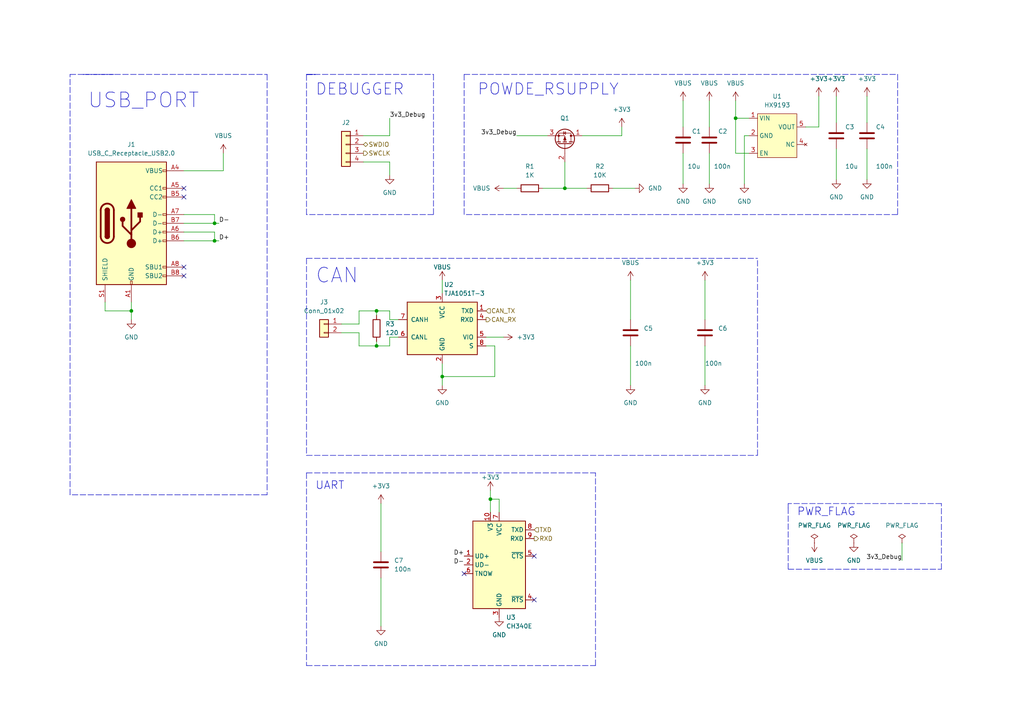
<source format=kicad_sch>
(kicad_sch (version 20211123) (generator eeschema)
  (paper "A4")
  (lib_symbols
    (symbol "Connector:USB_C_Receptacle_USB2.0" (pin_names (offset 1.016))
      (property "Reference" "J" (at -10.16 19.05 0))
      (property "Value" "USB_C_Receptacle_USB2.0" (at 19.05 19.05 0))
      (symbol "USB_C_Receptacle_USB2.0_0_0"
        (rectangle (start -0.254 -17.78) (end 0.254 -16.764))
        (rectangle (start 10.16 -14.986) (end 9.144 -15.494))
        (rectangle (start 10.16 -12.446) (end 9.144 -12.954))
        (rectangle (start 10.16 -4.826) (end 9.144 -5.334))
        (rectangle (start 10.16 -2.286) (end 9.144 -2.794))
        (rectangle (start 10.16 0.254) (end 9.144 -0.254))
        (rectangle (start 10.16 2.794) (end 9.144 2.286))
        (rectangle (start 10.16 7.874) (end 9.144 7.366))
        (rectangle (start 10.16 10.414) (end 9.144 9.906))
        (rectangle (start 10.16 15.494) (end 9.144 14.986))
      )
      (symbol "USB_C_Receptacle_USB2.0_0_1"
        (rectangle (start -10.16 17.78) (end 10.16 -17.78) (stroke (width 0.254)) (fill (type background)))
        (arc (start -8.89 -3.81) (mid -6.985 -5.715) (end -5.08 -3.81) (stroke (width 0.508)))
        (arc (start -7.62 -3.81) (mid -6.985 -4.445) (end -6.35 -3.81) (stroke (width 0.254)))
        (arc (start -7.62 -3.81) (mid -6.985 -4.445) (end -6.35 -3.81) (stroke (width 0.254)) (fill (type outline)))
        (rectangle (start -7.62 -3.81) (end -6.35 3.81) (stroke (width 0.254)) (fill (type outline)))
        (arc (start -6.35 3.81) (mid -6.985 4.445) (end -7.62 3.81) (stroke (width 0.254)))
        (arc (start -6.35 3.81) (mid -6.985 4.445) (end -7.62 3.81) (stroke (width 0.254)) (fill (type outline)))
        (arc (start -5.08 3.81) (mid -6.985 5.715) (end -8.89 3.81) (stroke (width 0.508)))
        (circle (center -2.54 1.143) (radius 0.635) (stroke (width 0.254)) (fill (type outline)))
        (circle (center 0 -5.842) (radius 1.27) (fill (type outline)))
        (polyline (pts (xy -8.89 -3.81) (xy -8.89 3.81)) (stroke (width 0.508)))
        (polyline (pts (xy -5.08 3.81) (xy -5.08 -3.81)) (stroke (width 0.508)))
        (polyline (pts (xy 0 -5.842) (xy 0 4.318)) (stroke (width 0.508)))
        (polyline (pts (xy 0 -3.302) (xy -2.54 -0.762) (xy -2.54 0.508)) (stroke (width 0.508)))
        (polyline (pts (xy 0 -2.032) (xy 2.54 0.508) (xy 2.54 1.778)) (stroke (width 0.508)))
        (polyline (pts (xy -1.27 4.318) (xy 0 6.858) (xy 1.27 4.318) (xy -1.27 4.318)) (stroke (width 0.254)) (fill (type outline)))
        (rectangle (start 1.905 1.778) (end 3.175 3.048) (stroke (width 0.254)) (fill (type outline)))
      )
      (symbol "USB_C_Receptacle_USB2.0_1_1"
        (pin passive line (at 0 -22.86 90) (length 5.08) (name "GND") (number "A1"))
        (pin passive line (at 0 -22.86 90) (length 5.08) hide (name "GND") (number "A12"))
        (pin passive line (at 15.24 15.24 180) (length 5.08) (name "VBUS") (number "A4"))
        (pin bidirectional line (at 15.24 10.16 180) (length 5.08) (name "CC1") (number "A5"))
        (pin bidirectional line (at 15.24 -2.54 180) (length 5.08) (name "D+") (number "A6"))
        (pin bidirectional line (at 15.24 2.54 180) (length 5.08) (name "D-") (number "A7"))
        (pin bidirectional line (at 15.24 -12.7 180) (length 5.08) (name "SBU1") (number "A8"))
        (pin passive line (at 15.24 15.24 180) (length 5.08) hide (name "VBUS") (number "A9"))
        (pin passive line (at 0 -22.86 90) (length 5.08) hide (name "GND") (number "B1"))
        (pin passive line (at 0 -22.86 90) (length 5.08) hide (name "GND") (number "B12"))
        (pin passive line (at 15.24 15.24 180) (length 5.08) hide (name "VBUS") (number "B4"))
        (pin bidirectional line (at 15.24 7.62 180) (length 5.08) (name "CC2") (number "B5"))
        (pin bidirectional line (at 15.24 -5.08 180) (length 5.08) (name "D+") (number "B6"))
        (pin bidirectional line (at 15.24 0 180) (length 5.08) (name "D-") (number "B7"))
        (pin bidirectional line (at 15.24 -15.24 180) (length 5.08) (name "SBU2") (number "B8"))
        (pin passive line (at 15.24 15.24 180) (length 5.08) hide (name "VBUS") (number "B9"))
        (pin passive line (at -7.62 -22.86 90) (length 5.08) (name "SHIELD") (number "S1"))
      )
    )
    (symbol "Connector_Generic:Conn_01x02" (pin_names (offset 1.016) hide)
      (property "Reference" "J" (at 0 2.54 0))
      (property "Value" "Conn_01x02" (at 0 -5.08 0))
      (symbol "Conn_01x02_1_1"
        (rectangle (start -1.27 -2.413) (end 0 -2.667) (stroke (width 0.1524)))
        (rectangle (start -1.27 0.127) (end 0 -0.127) (stroke (width 0.1524)))
        (rectangle (start -1.27 1.27) (end 1.27 -3.81) (stroke (width 0.254)) (fill (type background)))
        (pin passive line (at -5.08 0 0) (length 3.81) (name "Pin_1") (number "1"))
        (pin passive line (at -5.08 -2.54 0) (length 3.81) (name "Pin_2") (number "2"))
      )
    )
    (symbol "Connector_Generic:Conn_01x04" (pin_names (offset 1.016) hide)
      (property "Reference" "J" (at 0 5.08 0))
      (property "Value" "Conn_01x04" (at 0 -7.62 0))
      (symbol "Conn_01x04_1_1"
        (rectangle (start -1.27 -4.953) (end 0 -5.207) (stroke (width 0.1524)))
        (rectangle (start -1.27 -2.413) (end 0 -2.667) (stroke (width 0.1524)))
        (rectangle (start -1.27 0.127) (end 0 -0.127) (stroke (width 0.1524)))
        (rectangle (start -1.27 2.667) (end 0 2.413) (stroke (width 0.1524)))
        (rectangle (start -1.27 3.81) (end 1.27 -6.35) (stroke (width 0.254)) (fill (type background)))
        (pin passive line (at -5.08 2.54 0) (length 3.81) (name "Pin_1") (number "1"))
        (pin passive line (at -5.08 0 0) (length 3.81) (name "Pin_2") (number "2"))
        (pin passive line (at -5.08 -2.54 0) (length 3.81) (name "Pin_3") (number "3"))
        (pin passive line (at -5.08 -5.08 0) (length 3.81) (name "Pin_4") (number "4"))
      )
    )
    (symbol "Device:C" (pin_numbers hide) (pin_names (offset 0.254))
      (property "Reference" "C" (at 0.635 2.54 0))
      (property "Value" "C" (at 0.635 -2.54 0))
      (symbol "C_0_1"
        (polyline (pts (xy -2.032 -0.762) (xy 2.032 -0.762)) (stroke (width 0.508)))
        (polyline (pts (xy -2.032 0.762) (xy 2.032 0.762)) (stroke (width 0.508)))
      )
      (symbol "C_1_1"
        (pin passive line (at 0 3.81 270) (length 2.794) (name "~") (number "1"))
        (pin passive line (at 0 -3.81 90) (length 2.794) (name "~") (number "2"))
      )
    )
    (symbol "Device:Q_PMOS_DGS" (pin_names (offset 0) hide)
      (property "Reference" "Q" (at 5.08 1.27 0))
      (property "Value" "Q_PMOS_DGS" (at 5.08 -1.27 0))
      (symbol "Q_PMOS_DGS_0_1"
        (polyline (pts (xy 0.254 0) (xy -2.54 0)))
        (polyline (pts (xy 0.254 1.905) (xy 0.254 -1.905)) (stroke (width 0.254)))
        (polyline (pts (xy 0.762 -1.27) (xy 0.762 -2.286)) (stroke (width 0.254)))
        (polyline (pts (xy 0.762 0.508) (xy 0.762 -0.508)) (stroke (width 0.254)))
        (polyline (pts (xy 0.762 2.286) (xy 0.762 1.27)) (stroke (width 0.254)))
        (polyline (pts (xy 2.54 2.54) (xy 2.54 1.778)))
        (polyline (pts (xy 2.54 -2.54) (xy 2.54 0) (xy 0.762 0)))
        (polyline (pts (xy 0.762 1.778) (xy 3.302 1.778) (xy 3.302 -1.778) (xy 0.762 -1.778)))
        (polyline (pts (xy 2.286 0) (xy 1.27 0.381) (xy 1.27 -0.381) (xy 2.286 0)) (fill (type outline)))
        (polyline (pts (xy 2.794 -0.508) (xy 2.921 -0.381) (xy 3.683 -0.381) (xy 3.81 -0.254)))
        (polyline (pts (xy 3.302 -0.381) (xy 2.921 0.254) (xy 3.683 0.254) (xy 3.302 -0.381)))
        (circle (center 1.651 0) (radius 2.794) (stroke (width 0.254)))
        (circle (center 2.54 -1.778) (radius 0.254) (fill (type outline)))
        (circle (center 2.54 1.778) (radius 0.254) (fill (type outline)))
      )
      (symbol "Q_PMOS_DGS_1_1"
        (pin passive line (at 2.54 5.08 270) (length 2.54) (name "D") (number "1"))
        (pin input line (at -5.08 0 0) (length 2.54) (name "G") (number "2"))
        (pin passive line (at 2.54 -5.08 90) (length 2.54) (name "S") (number "3"))
      )
    )
    (symbol "Device:R" (pin_numbers hide) (pin_names (offset 0))
      (property "Reference" "R" (at 2.032 0 90))
      (property "Value" "R" (at 0 0 90))
      (symbol "R_0_1"
        (rectangle (start -1.016 -2.54) (end 1.016 2.54) (stroke (width 0.254)))
      )
      (symbol "R_1_1"
        (pin passive line (at 0 3.81 270) (length 1.27) (name "~") (number "1"))
        (pin passive line (at 0 -3.81 90) (length 1.27) (name "~") (number "2"))
      )
    )
    (symbol "Interface_CAN_LIN:TJA1051T-3" (pin_names (offset 1.016))
      (property "Reference" "U" (at -10.16 8.89 0))
      (property "Value" "TJA1051T-3" (at 1.27 8.89 0))
      (symbol "TJA1051T-3_0_1"
        (rectangle (start -10.16 7.62) (end 10.16 -7.62) (stroke (width 0.254)) (fill (type background)))
      )
      (symbol "TJA1051T-3_1_1"
        (pin input line (at -12.7 5.08 0) (length 2.54) (name "TXD") (number "1"))
        (pin power_in line (at 0 -10.16 90) (length 2.54) (name "GND") (number "2"))
        (pin power_in line (at 0 10.16 270) (length 2.54) (name "VCC") (number "3"))
        (pin output line (at -12.7 2.54 0) (length 2.54) (name "RXD") (number "4"))
        (pin power_in line (at -12.7 -2.54 0) (length 2.54) (name "VIO") (number "5"))
        (pin bidirectional line (at 12.7 -2.54 180) (length 2.54) (name "CANL") (number "6"))
        (pin bidirectional line (at 12.7 2.54 180) (length 2.54) (name "CANH") (number "7"))
        (pin input line (at -12.7 -5.08 0) (length 2.54) (name "S") (number "8"))
      )
    )
    (symbol "Interface_USB:CH340E"
      (property "Reference" "U" (at -5.08 13.97 0))
      (property "Value" "CH340E" (at 1.27 13.97 0))
      (symbol "CH340E_0_1"
        (rectangle (start -7.62 12.7) (end 7.62 -12.7) (stroke (width 0.254)) (fill (type background)))
      )
      (symbol "CH340E_1_1"
        (pin bidirectional line (at -10.16 2.54 0) (length 2.54) (name "UD+") (number "1"))
        (pin passive line (at -2.54 15.24 270) (length 2.54) (name "V3") (number "10"))
        (pin bidirectional line (at -10.16 0 0) (length 2.54) (name "UD-") (number "2"))
        (pin power_in line (at 0 -15.24 90) (length 2.54) (name "GND") (number "3"))
        (pin output line (at 10.16 -10.16 180) (length 2.54) (name "~{RTS}") (number "4"))
        (pin input line (at 10.16 2.54 180) (length 2.54) (name "~{CTS}") (number "5"))
        (pin output line (at -10.16 -2.54 0) (length 2.54) (name "TNOW") (number "6"))
        (pin power_in line (at 0 15.24 270) (length 2.54) (name "VCC") (number "7"))
        (pin output line (at 10.16 10.16 180) (length 2.54) (name "TXD") (number "8"))
        (pin input line (at 10.16 7.62 180) (length 2.54) (name "RXD") (number "9"))
      )
    )
    (symbol "power:+3V3" (power) (pin_names (offset 0))
      (property "Value" "+3V3" (at 0 3.556 0))
      (symbol "+3V3_0_1"
        (polyline (pts (xy -0.762 1.27) (xy 0 2.54)))
        (polyline (pts (xy 0 0) (xy 0 2.54)))
        (polyline (pts (xy 0 2.54) (xy 0.762 1.27)))
      )
      (symbol "+3V3_1_1"
        (pin power_in line (at 0 0 90) (length 0) hide (name "+3V3") (number "1"))
      )
    )
    (symbol "power:GND" (power) (pin_names (offset 0))
      (property "Value" "GND" (at 0 -3.81 0))
      (symbol "GND_0_1"
        (polyline (pts (xy 0 0) (xy 0 -1.27) (xy 1.27 -1.27) (xy 0 -2.54) (xy -1.27 -1.27) (xy 0 -1.27)))
      )
      (symbol "GND_1_1"
        (pin power_in line (at 0 0 270) (length 0) hide (name "GND") (number "1"))
      )
    )
    (symbol "power:PWR_FLAG" (power) (pin_numbers hide) (pin_names (offset 0) hide)
      (property "Value" "PWR_FLAG" (at 0 3.81 0))
      (symbol "PWR_FLAG_0_0"
        (pin power_out line (at 0 0 90) (length 0) (name "pwr") (number "1"))
      )
      (symbol "PWR_FLAG_0_1"
        (polyline (pts (xy 0 0) (xy 0 1.27) (xy -1.016 1.905) (xy 0 2.54) (xy 1.016 1.905) (xy 0 1.27)))
      )
    )
    (symbol "power:VBUS" (power) (pin_names (offset 0))
      (property "Value" "VBUS" (at 0 3.81 0))
      (symbol "VBUS_0_1"
        (polyline (pts (xy -0.762 1.27) (xy 0 2.54)))
        (polyline (pts (xy 0 0) (xy 0 2.54)))
        (polyline (pts (xy 0 2.54) (xy 0.762 1.27)))
      )
      (symbol "VBUS_1_1"
        (pin power_in line (at 0 0 90) (length 0) hide (name "VBUS") (number "1"))
      )
    )
    (symbol "symbols:HX9193"
      (property "Reference" "U" (at -5.08 7.62 0))
      (property "Value" "HX9193" (at 6.35 7.62 0))
      (symbol "HX9193_0_1"
        (rectangle (start -6.35 6.35) (end 5.08 -6.35) (fill (type background)))
      )
      (symbol "HX9193_1_1"
        (pin power_in line (at -8.89 5.08 0) (length 2.54) (name "VIN") (number "1"))
        (pin passive line (at -8.89 0 0) (length 2.54) (name "GND") (number "2"))
        (pin input line (at -8.89 -5.08 0) (length 2.54) (name "EN") (number "3"))
        (pin no_connect line (at 7.62 -2.54 180) (length 2.54) (name "NC") (number "4"))
        (pin power_out line (at 7.62 2.54 180) (length 2.54) (name "VOUT") (number "5"))
      )
    )
  )
  (junction (at 109.22 100.33))
  (junction (at 62.23 69.85))
  (junction (at 38.1 90.17))
  (junction (at 213.36 34.29))
  (junction (at 62.23 64.77))
  (junction (at 128.27 109.22))
  (junction (at 163.83 54.61))
  (junction (at 142.24 144.78))
  (junction (at 109.22 90.17))
  (no_connect (at 154.94 161.29))
  (no_connect (at 154.94 173.99))
  (no_connect (at 53.34 77.47))
  (no_connect (at 53.34 80.01))
  (no_connect (at 53.34 54.61))
  (no_connect (at 53.34 57.15))
  (no_connect (at 134.62 166.37))
  (polyline (pts (xy 134.62 21.59) (xy 134.62 62.23)))
  (wire (pts (xy 128.27 105.41) (xy 128.27 109.22)))
  (wire (pts (xy 182.88 100.33) (xy 182.88 111.76)))
  (wire (pts (xy 62.23 69.85) (xy 63.5 69.85)))
  (polyline (pts (xy 24.13 21.59) (xy 77.47 21.59)))
  (polyline (pts (xy 88.9 137.16) (xy 88.9 193.04)))
  (polyline (pts (xy 88.9 21.59) (xy 125.73 21.59)))
  (wire (pts (xy 144.78 148.59) (xy 144.78 144.78)))
  (wire (pts (xy 213.36 29.21) (xy 213.36 34.29)))
  (wire (pts (xy 251.46 43.18) (xy 251.46 52.07)))
  (polyline (pts (xy 260.35 21.59) (xy 260.35 62.23)))
  (wire (pts (xy 109.22 90.17) (xy 109.22 91.44)))
  (wire (pts (xy 30.48 90.17) (xy 38.1 90.17)))
  (wire (pts (xy 113.03 97.79) (xy 113.03 100.33)))
  (wire (pts (xy 62.23 64.77) (xy 63.5 64.77)))
  (wire (pts (xy 204.47 81.28) (xy 204.47 92.71)))
  (wire (pts (xy 217.17 39.37) (xy 215.9 39.37)))
  (polyline (pts (xy 20.32 21.59) (xy 33.02 21.59)))
  (wire (pts (xy 140.97 97.79) (xy 146.05 97.79)))
  (wire (pts (xy 251.46 27.94) (xy 251.46 35.56)))
  (wire (pts (xy 128.27 109.22) (xy 128.27 111.76)))
  (polyline (pts (xy 219.71 132.08) (xy 219.71 74.93)))
  (wire (pts (xy 205.74 44.45) (xy 205.74 53.34)))
  (wire (pts (xy 62.23 67.31) (xy 62.23 69.85)))
  (polyline (pts (xy 273.05 165.1) (xy 273.05 146.05)))
  (wire (pts (xy 215.9 39.37) (xy 215.9 53.34)))
  (wire (pts (xy 177.8 54.61) (xy 184.15 54.61)))
  (wire (pts (xy 113.03 92.71) (xy 113.03 90.17)))
  (wire (pts (xy 198.12 29.21) (xy 198.12 36.83)))
  (polyline (pts (xy 228.6 146.05) (xy 228.6 147.32)))
  (polyline (pts (xy 20.32 143.51) (xy 20.32 21.59)))
  (wire (pts (xy 242.57 43.18) (xy 242.57 52.07)))
  (wire (pts (xy 163.83 54.61) (xy 170.18 54.61)))
  (wire (pts (xy 99.06 93.98) (xy 104.14 93.98)))
  (polyline (pts (xy 125.73 62.23) (xy 88.9 62.23)))
  (wire (pts (xy 110.49 167.64) (xy 110.49 181.61)))
  (polyline (pts (xy 228.6 147.32) (xy 228.6 165.1)))
  (polyline (pts (xy 125.73 21.59) (xy 125.73 62.23)))
  (wire (pts (xy 182.88 81.28) (xy 182.88 92.71)))
  (wire (pts (xy 143.51 100.33) (xy 140.97 100.33)))
  (polyline (pts (xy 88.9 21.59) (xy 90.17 21.59)))
  (polyline (pts (xy 88.9 132.08) (xy 219.71 132.08)))
  (polyline (pts (xy 88.9 74.93) (xy 88.9 132.08)))
  (wire (pts (xy 113.03 46.99) (xy 113.03 50.8)))
  (polyline (pts (xy 172.72 193.04) (xy 172.72 137.16)))
  (polyline (pts (xy 90.17 21.59) (xy 91.44 21.59)))
  (wire (pts (xy 110.49 146.05) (xy 110.49 160.02)))
  (wire (pts (xy 109.22 99.06) (xy 109.22 100.33)))
  (wire (pts (xy 113.03 34.29) (xy 113.03 39.37)))
  (wire (pts (xy 163.83 46.99) (xy 163.83 54.61)))
  (wire (pts (xy 99.06 96.52) (xy 104.14 96.52)))
  (wire (pts (xy 204.47 100.33) (xy 204.47 111.76)))
  (polyline (pts (xy 273.05 146.05) (xy 228.6 146.05)))
  (wire (pts (xy 217.17 34.29) (xy 213.36 34.29)))
  (wire (pts (xy 143.51 109.22) (xy 143.51 100.33)))
  (wire (pts (xy 242.57 27.94) (xy 242.57 35.56)))
  (wire (pts (xy 115.57 92.71) (xy 113.03 92.71)))
  (wire (pts (xy 64.77 44.45) (xy 64.77 49.53)))
  (wire (pts (xy 217.17 44.45) (xy 213.36 44.45)))
  (wire (pts (xy 142.24 144.78) (xy 142.24 148.59)))
  (polyline (pts (xy 134.62 21.59) (xy 260.35 21.59)))
  (wire (pts (xy 237.49 27.94) (xy 237.49 36.83)))
  (wire (pts (xy 38.1 90.17) (xy 38.1 87.63)))
  (wire (pts (xy 205.74 29.21) (xy 205.74 36.83)))
  (polyline (pts (xy 88.9 74.93) (xy 219.71 74.93)))
  (polyline (pts (xy 260.35 62.23) (xy 134.62 62.23)))
  (polyline (pts (xy 88.9 62.23) (xy 88.9 21.59)))
  (wire (pts (xy 104.14 100.33) (xy 109.22 100.33)))
  (wire (pts (xy 105.41 46.99) (xy 113.03 46.99)))
  (wire (pts (xy 261.62 157.48) (xy 261.62 162.56)))
  (polyline (pts (xy 88.9 21.59) (xy 91.44 21.59)))
  (wire (pts (xy 53.34 67.31) (xy 62.23 67.31)))
  (wire (pts (xy 62.23 64.77) (xy 53.34 64.77)))
  (wire (pts (xy 233.68 36.83) (xy 237.49 36.83)))
  (wire (pts (xy 38.1 90.17) (xy 38.1 92.71)))
  (wire (pts (xy 62.23 62.23) (xy 62.23 64.77)))
  (wire (pts (xy 53.34 62.23) (xy 62.23 62.23)))
  (wire (pts (xy 142.24 142.24) (xy 142.24 144.78)))
  (wire (pts (xy 198.12 44.45) (xy 198.12 53.34)))
  (polyline (pts (xy 88.9 193.04) (xy 172.72 193.04)))
  (wire (pts (xy 105.41 39.37) (xy 113.03 39.37)))
  (wire (pts (xy 146.05 54.61) (xy 149.86 54.61)))
  (wire (pts (xy 142.24 144.78) (xy 144.78 144.78)))
  (wire (pts (xy 30.48 87.63) (xy 30.48 90.17)))
  (polyline (pts (xy 77.47 21.59) (xy 77.47 143.51)))
  (wire (pts (xy 109.22 90.17) (xy 113.03 90.17)))
  (wire (pts (xy 104.14 96.52) (xy 104.14 100.33)))
  (wire (pts (xy 213.36 34.29) (xy 213.36 44.45)))
  (wire (pts (xy 180.34 36.83) (xy 180.34 39.37)))
  (wire (pts (xy 64.77 49.53) (xy 53.34 49.53)))
  (wire (pts (xy 109.22 100.33) (xy 113.03 100.33)))
  (wire (pts (xy 62.23 69.85) (xy 53.34 69.85)))
  (wire (pts (xy 104.14 90.17) (xy 109.22 90.17)))
  (wire (pts (xy 168.91 39.37) (xy 180.34 39.37)))
  (wire (pts (xy 157.48 54.61) (xy 163.83 54.61)))
  (wire (pts (xy 128.27 81.28) (xy 128.27 85.09)))
  (wire (pts (xy 104.14 90.17) (xy 104.14 93.98)))
  (wire (pts (xy 149.86 39.37) (xy 158.75 39.37)))
  (wire (pts (xy 128.27 109.22) (xy 143.51 109.22)))
  (polyline (pts (xy 228.6 165.1) (xy 273.05 165.1)))
  (polyline (pts (xy 88.9 137.16) (xy 172.72 137.16)))
  (wire (pts (xy 115.57 97.79) (xy 113.03 97.79)))
  (polyline (pts (xy 77.47 143.51) (xy 20.32 143.51)))
  (text "CAN" (at 91.44 82.55 0) (effects (font (size 4.27 4.27)) (justify left bottom)))
  (text "POWDE_RSUPPLY" (at 138.43 27.94 0) (effects (font (size 3.27 3.27)) (justify left bottom)))
  (text "PWR_FLAG" (at 231.14 149.86 0) (effects (font (size 2.27 2.27)) (justify left bottom)))
  (text "UART" (at 91.44 142.24 0) (effects (font (size 2.27 2.27)) (justify left bottom)))
  (text "USB_PORT" (at 25.4 31.75 0) (effects (font (size 4.27 4.27)) (justify left bottom)))
  (text "DEBUGGER" (at 91.44 27.94 0) (effects (font (size 3.27 3.27)) (justify left bottom)))
  (label "D+" (at 134.62 161.29 180))
  (label "3v3_Debug" (at 149.86 39.37 180))
  (label "D-" (at 63.5 64.77 0))
  (label "3v3_Debug" (at 113.03 34.29 0))
  (label "3v3_Debug" (at 261.62 162.56 180))
  (label "D-" (at 134.62 163.83 180))
  (label "D+" (at 63.5 69.85 0))
  (hierarchical_label "CAN_RX" (shape output) (at 140.97 92.71 0))
  (hierarchical_label "SWCLK" (shape output) (at 105.41 44.45 0))
  (hierarchical_label "CAN_TX" (shape input) (at 140.97 90.17 0))
  (hierarchical_label "TXD" (shape input) (at 154.94 153.67 0))
  (hierarchical_label "SWDIO" (shape bidirectional) (at 105.41 41.91 0))
  (hierarchical_label "RXD" (shape output) (at 154.94 156.21 0))
  (symbol (lib_id "power:+3V3") (at 204.47 81.28 0) (unit 1)
    (property "Reference" "#PWR0113" (effects hide))
    (property "Value" "+3V3" (at 204.47 76.2 0))
  )
  (symbol (lib_id "power:PWR_FLAG") (at 236.22 157.48 0) (unit 1)
    (property "Reference" "#FLG0103" (effects hide))
    (property "Value" "PWR_FLAG" (at 236.22 152.4 0))
  )
  (symbol (lib_id "power:+3V3") (at 251.46 27.94 0) (unit 1)
    (property "Reference" "#PWR0103" (effects hide))
    (property "Value" "+3V3" (at 251.46 22.86 0))
  )
  (symbol (lib_id "Device:C") (at 251.46 39.37 0) (unit 1)
    (property "Reference" "C4" (at 254 36.83 0) (effects (justify left)))
    (property "Value" "100n" (at 254 48.26 0) (effects (justify left)))
    (property "Footprint" "Capacitor_SMD:C_0603_1608Metric" (effects hide))
  )
  (symbol (lib_id "Device:C") (at 110.49 163.83 0) (unit 1)
    (property "Reference" "C7" (at 114.3 162.5599 0) (effects (justify left)))
    (property "Value" "100n" (at 114.3 165.0999 0) (effects (justify left)))
    (property "Footprint" "Capacitor_SMD:C_0603_1608Metric" (effects hide))
  )
  (symbol (lib_id "power:+3V3") (at 242.57 27.94 0) (unit 1)
    (property "Reference" "#PWR0109" (effects hide))
    (property "Value" "+3V3" (at 242.57 22.86 0))
  )
  (symbol (lib_id "symbols:HX9193") (at 226.06 39.37 0) (unit 1)
    (property "Reference" "U1" (at 225.425 27.94 0))
    (property "Value" "HX9193" (at 225.425 30.48 0))
    (property "Footprint" "Package_TO_SOT_SMD:SOT-23-5_HandSoldering" (effects hide))
    (property "Datasheet" "https://item.szlcsc.com/280543.html" (effects hide))
  )
  (symbol (lib_id "Device:C") (at 198.12 40.64 0) (unit 1)
    (property "Reference" "C1" (at 200.66 38.1 0) (effects (justify left)))
    (property "Value" "10u" (at 199.39 48.26 0) (effects (justify left)))
    (property "Footprint" "Capacitor_SMD:C_0603_1608Metric" (effects hide))
  )
  (symbol (lib_id "power:+3V3") (at 142.24 142.24 0) (unit 1)
    (property "Reference" "#PWR0130" (effects hide))
    (property "Value" "+3V3" (at 142.24 138.43 0))
  )
  (symbol (lib_id "Device:C") (at 242.57 39.37 0) (unit 1)
    (property "Reference" "C3" (at 245.11 36.83 0) (effects (justify left)))
    (property "Value" "10u" (at 245.11 48.26 0) (effects (justify left)))
    (property "Footprint" "Capacitor_SMD:C_0603_1608Metric" (effects hide))
  )
  (symbol (lib_id "power:VBUS") (at 198.12 29.21 0) (unit 1)
    (property "Reference" "#PWR0125" (effects hide))
    (property "Value" "VBUS" (at 198.12 24.13 0))
  )
  (symbol (lib_id "power:VBUS") (at 64.77 44.45 0) (unit 1)
    (property "Reference" "#PWR0120" (effects hide))
    (property "Value" "VBUS" (at 64.77 39.37 0))
  )
  (symbol (lib_id "power:GND") (at 144.78 179.07 0) (unit 1)
    (property "Reference" "#PWR0129" (effects hide))
    (property "Value" "GND" (at 144.78 184.15 0))
  )
  (symbol (lib_id "Device:R") (at 153.67 54.61 90) (unit 1)
    (property "Reference" "R1" (at 153.67 48.26 90))
    (property "Value" "1K" (at 153.67 50.8 90))
    (property "Footprint" "Package_TO_SOT_SMD:SOT-23" (effects hide))
  )
  (symbol (lib_id "power:GND") (at 184.15 54.61 90) (unit 1)
    (property "Reference" "#PWR0124" (effects hide))
    (property "Value" "GND" (at 187.96 54.6099 90) (effects (justify right)))
  )
  (symbol (lib_id "power:PWR_FLAG") (at 261.62 157.48 0) (unit 1)
    (property "Reference" "#FLG0102" (effects hide))
    (property "Value" "PWR_FLAG" (at 261.62 152.4 0))
  )
  (symbol (lib_id "power:VBUS") (at 236.22 157.48 180) (unit 1)
    (property "Reference" "#PWR0112" (effects hide))
    (property "Value" "VBUS" (at 236.22 162.56 0))
  )
  (symbol (lib_id "power:VBUS") (at 146.05 54.61 90) (unit 1)
    (property "Reference" "#PWR0122" (effects hide))
    (property "Value" "VBUS" (at 142.24 54.6099 90) (effects (justify left)))
  )
  (symbol (lib_id "power:GND") (at 205.74 53.34 0) (unit 1)
    (property "Reference" "#PWR0108" (effects hide))
    (property "Value" "GND" (at 205.74 58.42 0))
  )
  (symbol (lib_id "power:GND") (at 215.9 53.34 0) (unit 1)
    (property "Reference" "#PWR0107" (effects hide))
    (property "Value" "GND" (at 215.9 58.42 0))
  )
  (symbol (lib_id "power:GND") (at 198.12 53.34 0) (unit 1)
    (property "Reference" "#PWR0123" (effects hide))
    (property "Value" "GND" (at 198.12 58.42 0))
  )
  (symbol (lib_id "power:GND") (at 251.46 52.07 0) (unit 1)
    (property "Reference" "#PWR0102" (effects hide))
    (property "Value" "GND" (at 251.46 57.15 0))
  )
  (symbol (lib_id "Connector:USB_C_Receptacle_USB2.0") (at 38.1 64.77 0) (unit 1)
    (property "Reference" "J1" (at 38.1 41.91 0))
    (property "Value" "USB_C_Receptacle_USB2.0" (at 38.1 44.45 0))
    (property "Footprint" "Connector_USB:USB_C_Receptacle_Palconn_UTC16-G" (effects hide))
    (property "Datasheet" "https://www.usb.org/sites/default/files/documents/usb_type-c.zip" (effects hide))
  )
  (symbol (lib_id "power:+3V3") (at 180.34 36.83 0) (unit 1)
    (property "Reference" "#PWR0126" (effects hide))
    (property "Value" "+3V3" (at 180.34 31.75 0))
  )
  (symbol (lib_id "power:GND") (at 182.88 111.76 0) (unit 1)
    (property "Reference" "#PWR0117" (effects hide))
    (property "Value" "GND" (at 182.88 116.84 0))
  )
  (symbol (lib_id "power:+3V3") (at 146.05 97.79 270) (unit 1)
    (property "Reference" "#PWR0116" (effects hide))
    (property "Value" "+3V3" (at 149.86 97.7899 90) (effects (justify left)))
  )
  (symbol (lib_id "Device:R") (at 109.22 95.25 0) (unit 1)
    (property "Reference" "R3" (at 111.76 93.9799 0) (effects (justify left)))
    (property "Value" "120" (at 111.76 96.5199 0) (effects (justify left)))
    (property "Footprint" "R_0603_1608Metric" (effects hide))
  )
  (symbol (lib_id "power:GND") (at 242.57 52.07 0) (unit 1)
    (property "Reference" "#PWR0106" (effects hide))
    (property "Value" "GND" (at 242.57 57.15 0))
  )
  (symbol (lib_id "power:VBUS") (at 128.27 81.28 0) (unit 1)
    (property "Reference" "#PWR0114" (effects hide))
    (property "Value" "VBUS" (at 128.27 77.47 0))
  )
  (symbol (lib_id "Device:R") (at 173.99 54.61 90) (unit 1)
    (property "Reference" "R2" (at 173.99 48.26 90))
    (property "Value" "10K" (at 173.99 50.8 90))
    (property "Footprint" "R_0603_1608Metric" (effects hide))
  )
  (symbol (lib_id "Interface_USB:CH340E") (at 144.78 163.83 0) (unit 1)
    (property "Reference" "U3" (at 146.7994 179.07 0) (effects (justify left)))
    (property "Value" "CH340E" (at 146.7994 181.61 0) (effects (justify left)))
    (property "Footprint" "Package_SO:MSOP-10_3x3mm_P0.5mm" (effects hide))
    (property "Datasheet" "https://www.mpja.com/download/35227cpdata.pdf" (effects hide))
  )
  (symbol (lib_id "power:VBUS") (at 205.74 29.21 0) (unit 1)
    (property "Reference" "#PWR0104" (effects hide))
    (property "Value" "VBUS" (at 205.74 24.13 0))
  )
  (symbol (lib_id "power:VBUS") (at 182.88 81.28 0) (unit 1)
    (property "Reference" "#PWR0118" (effects hide))
    (property "Value" "VBUS" (at 182.88 76.2 0))
  )
  (symbol (lib_id "power:GND") (at 204.47 111.76 0) (unit 1)
    (property "Reference" "#PWR0119" (effects hide))
    (property "Value" "GND" (at 204.47 116.84 0))
  )
  (symbol (lib_id "power:+3V3") (at 237.49 27.94 0) (unit 1)
    (property "Reference" "#PWR0110" (effects hide))
    (property "Value" "+3V3" (at 237.49 22.86 0))
  )
  (symbol (lib_id "Device:C") (at 204.47 96.52 0) (unit 1)
    (property "Reference" "C6" (at 208.28 95.2499 0) (effects (justify left)))
    (property "Value" "100n" (at 204.47 105.41 0) (effects (justify left)))
    (property "Footprint" "Capacitor_SMD:C_0603_1608Metric" (effects hide))
  )
  (symbol (lib_id "Device:Q_PMOS_DGS") (at 163.83 41.91 270) (mirror x) (unit 1)
    (property "Reference" "Q1" (at 163.83 34.29 90))
    (property "Value" "Q_PMOS_DGS" (effects hide))
    (property "Footprint" "TSOT-23" (effects hide))
  )
  (symbol (lib_id "power:GND") (at 38.1 92.71 0) (unit 1)
    (property "Reference" "#PWR0121" (effects hide))
    (property "Value" "GND" (at 38.1 97.79 0))
  )
  (symbol (lib_id "power:GND") (at 247.65 157.48 0) (unit 1)
    (property "Reference" "#PWR0111" (effects hide))
    (property "Value" "GND" (at 247.65 162.56 0))
  )
  (symbol (lib_id "Interface_CAN_LIN:TJA1051T-3") (at 128.27 95.25 0) (mirror y) (unit 1)
    (property "Reference" "U2" (at 128.7906 82.55 0) (effects (justify right)))
    (property "Value" "TJA1051T-3" (at 128.7906 85.09 0) (effects (justify right)))
    (property "Footprint" "Package_SO:SOIC-8_3.9x4.9mm_P1.27mm" (effects hide))
    (property "Datasheet" "http://www.nxp.com/documents/data_sheet/TJA1051.pdf" (effects hide))
  )
  (symbol (lib_id "power:GND") (at 128.27 111.76 0) (unit 1)
    (property "Reference" "#PWR0115" (effects hide))
    (property "Value" "GND" (at 128.27 116.84 0))
  )
  (symbol (lib_id "power:+3V3") (at 110.49 146.05 0) (unit 1)
    (property "Reference" "#PWR0128" (effects hide))
    (property "Value" "+3V3" (at 110.49 140.97 0))
  )
  (symbol (lib_id "power:PWR_FLAG") (at 247.65 157.48 0) (unit 1)
    (property "Reference" "#FLG0101" (effects hide))
    (property "Value" "PWR_FLAG" (at 247.65 152.4 0))
  )
  (symbol (lib_id "Device:C") (at 205.74 40.64 0) (unit 1)
    (property "Reference" "C2" (at 208.28 38.1 0) (effects (justify left)))
    (property "Value" "100n" (at 207.01 48.26 0) (effects (justify left)))
    (property "Footprint" "Capacitor_SMD:C_0603_1608Metric" (effects hide))
  )
  (symbol (lib_id "Device:C") (at 182.88 96.52 0) (unit 1)
    (property "Reference" "C5" (at 186.69 95.2499 0) (effects (justify left)))
    (property "Value" "100n" (at 184.15 105.41 0) (effects (justify left)))
    (property "Footprint" "Capacitor_SMD:C_0603_1608Metric" (effects hide))
  )
  (symbol (lib_id "Connector_Generic:Conn_01x04") (at 100.33 41.91 0) (mirror y) (unit 1)
    (property "Reference" "J2" (at 100.33 35.56 0))
    (property "Value" "Conn_01x04" (effects hide))
    (property "Footprint" "Connector_PinHeader_2.54mm:PinHeader_1x04_P2.54mm_Vertical" (effects hide))
  )
  (symbol (lib_id "power:GND") (at 110.49 181.61 0) (unit 1)
    (property "Reference" "#PWR0127" (effects hide))
    (property "Value" "GND" (at 110.49 186.69 0))
  )
  (symbol (lib_id "Connector_Generic:Conn_01x02") (at 93.98 93.98 0) (mirror y) (unit 1)
    (property "Reference" "J3" (at 93.98 87.63 0))
    (property "Value" "Conn_01x02" (at 93.98 90.17 0))
    (property "Footprint" "Connector_JST:JST_GH_SM02B-GHS-TB_1x02-1MP_P1.25mm_Horizontal" (effects hide))
  )
  (symbol (lib_id "power:GND") (at 113.03 50.8 0) (unit 1)
    (property "Reference" "#PWR0101" (effects hide))
    (property "Value" "GND" (at 113.03 55.88 0))
  )
  (symbol (lib_id "power:VBUS") (at 213.36 29.21 0) (unit 1)
    (property "Reference" "#PWR0105" (effects hide))
    (property "Value" "VBUS" (at 213.36 24.13 0))
  )
)
</source>
